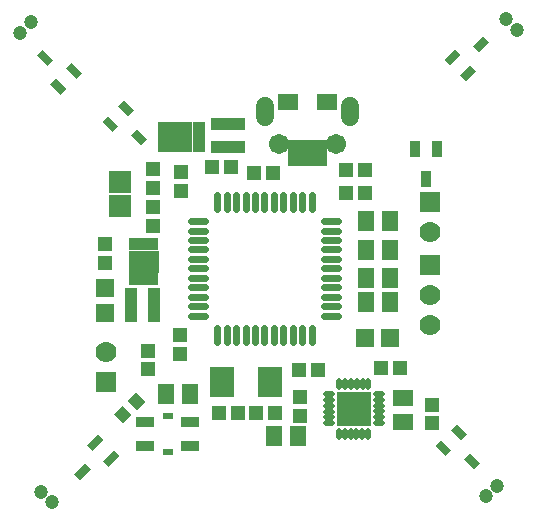
<source format=gts>
G04 ---------------------------- Layer name :TOP SOLDER LAYER*
G04 EasyEDA v5.7.24, Wed, 12 Sep 2018 17:35:23 GMT*
G04 04e61e729e724139ab2a67c6bad7766c*
G04 Gerber Generator version 0.2*
G04 Scale: 100 percent, Rotated: No, Reflected: No *
G04 Dimensions in inches *
G04 leading zeros omitted , absolute positions ,2 integer and 4 decimal *
%FSLAX24Y24*%
%MOIN*%
G90*
G70D02*

%ADD21C,0.019024*%
%ADD22C,0.024535*%
%ADD25R,0.114300X0.039496*%
%ADD26R,0.035559X0.057213*%
%ADD27R,0.059181X0.035560*%
%ADD28R,0.035560X0.019810*%
%ADD29R,0.047370X0.051307*%
%ADD30R,0.051307X0.047370*%
%ADD31R,0.082803X0.102488*%
%ADD32R,0.053670X0.065870*%
%ADD33R,0.065870X0.053670*%
%ADD34R,0.039496X0.114300*%
%ADD35R,0.063100X0.059200*%
%ADD36R,0.059200X0.063100*%
%ADD37R,0.113512X0.113512*%
%ADD38R,0.025717X0.086740*%
%ADD39R,0.070992X0.055240*%
%ADD40R,0.103500X0.073500*%
%ADD41R,0.019500X0.042500*%
%ADD42R,0.073500X0.103500*%
%ADD43R,0.042500X0.019500*%
%ADD44R,0.070000X0.070000*%
%ADD45C,0.070000*%
%ADD46C,0.047370*%
%ADD47R,0.074000X0.074000*%
%ADD48C,0.067055*%
%ADD49C,0.059181*%

%LPD*%
G54D21*
G01X17932Y9203D02*
G01X17727Y9203D01*
G01X17932Y9401D02*
G01X17727Y9401D01*
G01X17932Y9598D02*
G01X17727Y9598D01*
G01X17932Y9794D02*
G01X17727Y9794D01*
G01X17932Y9990D02*
G01X17727Y9990D01*
G01X17932Y10188D02*
G01X17727Y10188D01*
G01X17489Y10421D02*
G01X17489Y10626D01*
G01X17293Y10421D02*
G01X17293Y10626D01*
G01X17096Y10421D02*
G01X17096Y10626D01*
G01X16900Y10421D02*
G01X16900Y10626D01*
G01X16702Y10421D02*
G01X16702Y10626D01*
G01X16506Y10421D02*
G01X16506Y10626D01*
G01X16272Y10184D02*
G01X16067Y10184D01*
G01X16272Y9986D02*
G01X16067Y9986D01*
G01X16272Y9790D02*
G01X16067Y9790D01*
G01X16272Y9594D02*
G01X16067Y9594D01*
G01X16272Y9397D02*
G01X16067Y9397D01*
G01X16272Y9200D02*
G01X16067Y9200D01*
G01X16500Y8751D02*
G01X16500Y8956D01*
G01X16697Y8751D02*
G01X16697Y8956D01*
G01X16893Y8751D02*
G01X16893Y8956D01*
G01X17089Y8751D02*
G01X17089Y8956D01*
G01X17286Y8751D02*
G01X17286Y8956D01*
G01X17484Y8751D02*
G01X17484Y8956D01*
G54D49*
G01X14025Y19412D02*
G01X14025Y19767D01*
G01X16875Y19412D02*
G01X16875Y19767D01*
G54D22*
G01X11567Y15943D02*
G01X12031Y15943D01*
G01X11567Y15628D02*
G01X12031Y15628D01*
G01X11567Y15313D02*
G01X12031Y15313D01*
G01X11567Y14998D02*
G01X12031Y14998D01*
G01X11567Y14684D02*
G01X12031Y14684D01*
G01X11567Y14369D02*
G01X12031Y14369D01*
G01X11567Y14053D02*
G01X12031Y14053D01*
G01X11567Y13739D02*
G01X12031Y13739D01*
G01X11567Y13424D02*
G01X12031Y13424D01*
G01X11567Y13109D02*
G01X12031Y13109D01*
G01X11567Y12794D02*
G01X12031Y12794D01*
G01X12449Y12376D02*
G01X12449Y11912D01*
G01X12764Y12376D02*
G01X12764Y11912D01*
G01X13079Y12376D02*
G01X13079Y11912D01*
G01X13394Y12376D02*
G01X13394Y11912D01*
G01X13709Y12376D02*
G01X13709Y11912D01*
G01X14023Y12376D02*
G01X14023Y11912D01*
G01X14339Y12376D02*
G01X14339Y11912D01*
G01X14653Y12376D02*
G01X14653Y11912D01*
G01X14968Y12376D02*
G01X14968Y11912D01*
G01X15283Y12376D02*
G01X15283Y11912D01*
G01X15598Y12376D02*
G01X15598Y11912D01*
G01X16016Y12794D02*
G01X16480Y12794D01*
G01X16016Y13109D02*
G01X16480Y13109D01*
G01X16016Y13424D02*
G01X16480Y13424D01*
G01X16016Y13739D02*
G01X16480Y13739D01*
G01X16016Y14053D02*
G01X16480Y14053D01*
G01X16016Y14369D02*
G01X16480Y14369D01*
G01X16016Y14684D02*
G01X16480Y14684D01*
G01X16016Y14998D02*
G01X16480Y14998D01*
G01X16016Y15313D02*
G01X16480Y15313D01*
G01X16016Y15628D02*
G01X16480Y15628D01*
G01X16016Y15943D02*
G01X16480Y15943D01*
G01X15598Y16825D02*
G01X15598Y16361D01*
G01X15283Y16825D02*
G01X15283Y16361D01*
G01X14968Y16825D02*
G01X14968Y16361D01*
G01X14653Y16825D02*
G01X14653Y16361D01*
G01X14339Y16825D02*
G01X14339Y16361D01*
G01X14023Y16825D02*
G01X14023Y16361D01*
G01X13709Y16825D02*
G01X13709Y16361D01*
G01X13394Y16825D02*
G01X13394Y16361D01*
G01X13079Y16825D02*
G01X13079Y16361D01*
G01X12764Y16825D02*
G01X12764Y16361D01*
G01X12449Y16825D02*
G01X12449Y16361D01*
G54D25*
G01X12800Y19192D03*
G01X12800Y18405D03*
G36*
G01X6977Y21311D02*
G01X6782Y21116D01*
G01X6434Y21464D01*
G01X6629Y21659D01*
G01X6977Y21311D01*
G37*
G36*
G01X7937Y20880D02*
G01X7742Y20685D01*
G01X7394Y21033D01*
G01X7589Y21228D01*
G01X7937Y20880D01*
G37*
G36*
G01X7408Y20351D02*
G01X7213Y20156D01*
G01X6865Y20504D01*
G01X7060Y20699D01*
G01X7408Y20351D01*
G37*
G54D26*
G01X19400Y17352D03*
G01X19026Y18336D03*
G01X19773Y18336D03*
G54D27*
G01X11547Y8450D03*
G01X11547Y9237D03*
G01X10052Y8450D03*
G01X10052Y9237D03*
G54D28*
G01X10800Y8244D03*
G01X10800Y9444D03*
G54D29*
G01X13756Y9543D03*
G01X14385Y9543D03*
G01X13134Y9544D03*
G01X12504Y9544D03*
G01X16756Y16893D03*
G01X17385Y16893D03*
G54D30*
G01X11199Y12137D03*
G01X11199Y11508D03*
G54D29*
G01X16756Y17643D03*
G01X17385Y17643D03*
G54D31*
G01X12600Y10594D03*
G01X14214Y10594D03*
G54D29*
G01X18543Y11044D03*
G01X17914Y11044D03*
G01X15793Y10994D03*
G01X15164Y10994D03*
G54D30*
G01X15199Y10087D03*
G01X15199Y9458D03*
G54D32*
G01X14350Y8793D03*
G01X15150Y8793D03*
G54D33*
G01X18650Y10043D03*
G01X18650Y9243D03*
G54D34*
G01X10348Y13144D03*
G01X9561Y13144D03*
G54D30*
G01X8719Y15187D03*
G01X8719Y14558D03*
G54D35*
G01X8700Y13700D03*
G01X8700Y12873D03*
G54D30*
G01X10300Y17050D03*
G01X10300Y17679D03*
G54D29*
G01X14293Y17544D03*
G01X13664Y17544D03*
G01X12893Y17744D03*
G01X12264Y17744D03*
G54D44*
G01X19550Y16594D03*
G54D45*
G01X19550Y15594D03*
G01X19550Y12494D03*
G01X19550Y13494D03*
G54D44*
G01X19550Y14494D03*
G01X8750Y10594D03*
G54D45*
G01X8750Y11594D03*
G36*
G01X8032Y7871D02*
G01X8227Y7676D01*
G01X7879Y7328D01*
G01X7684Y7523D01*
G01X8032Y7871D01*
G37*
G36*
G01X8463Y8831D02*
G01X8658Y8636D01*
G01X8310Y8288D01*
G01X8115Y8483D01*
G01X8463Y8831D01*
G37*
G36*
G01X8992Y8302D02*
G01X9187Y8107D01*
G01X8839Y7759D01*
G01X8644Y7954D01*
G01X8992Y8302D01*
G37*
G36*
G01X21167Y21566D02*
G01X20972Y21761D01*
G01X21320Y22109D01*
G01X21515Y21914D01*
G01X21167Y21566D01*
G37*
G36*
G01X20736Y20606D02*
G01X20541Y20801D01*
G01X20889Y21149D01*
G01X21084Y20954D01*
G01X20736Y20606D01*
G37*
G36*
G01X20207Y21135D02*
G01X20012Y21330D01*
G01X20360Y21678D01*
G01X20555Y21483D01*
G01X20207Y21135D01*
G37*
G54D32*
G01X17400Y14043D03*
G01X18200Y14043D03*
G01X17400Y14993D03*
G01X18200Y14993D03*
G01X17400Y13243D03*
G01X18200Y13243D03*
G54D46*
G01X21422Y6765D03*
G01X21777Y7122D03*
G01X6571Y6922D03*
G01X6928Y6565D03*
G01X22427Y22315D03*
G01X22072Y22672D03*
G01X6228Y22572D03*
G01X5871Y22215D03*
G36*
G01X9572Y18826D02*
G01X9767Y19021D01*
G01X10115Y18673D01*
G01X9920Y18478D01*
G01X9572Y18826D01*
G37*
G36*
G01X8612Y19257D02*
G01X8807Y19452D01*
G01X9155Y19104D01*
G01X8960Y18909D01*
G01X8612Y19257D01*
G37*
G36*
G01X9141Y19786D02*
G01X9336Y19981D01*
G01X9684Y19633D01*
G01X9489Y19438D01*
G01X9141Y19786D01*
G37*
G54D36*
G01X18206Y12044D03*
G01X17379Y12044D03*
G54D47*
G01X9200Y16453D03*
G01X9200Y17234D03*
G54D30*
G01X19600Y9200D03*
G01X19600Y9829D03*
G54D37*
G01X17000Y9694D03*
G54D38*
G01X14942Y18218D03*
G01X15198Y18218D03*
G01X15454Y18218D03*
G01X15710Y18218D03*
G01X15965Y18218D03*
G54D48*
G01X16398Y18527D03*
G01X14493Y18527D03*
G54D39*
G01X14821Y19915D03*
G01X16112Y19909D03*
G54D32*
G01X17400Y15943D03*
G01X18200Y15943D03*
G36*
G01X20672Y8026D02*
G01X20867Y8221D01*
G01X21215Y7873D01*
G01X21020Y7678D01*
G01X20672Y8026D01*
G37*
G36*
G01X19712Y8457D02*
G01X19907Y8652D01*
G01X20255Y8304D01*
G01X20060Y8109D01*
G01X19712Y8457D01*
G37*
G36*
G01X20241Y8986D02*
G01X20436Y9181D01*
G01X20784Y8833D01*
G01X20589Y8638D01*
G01X20241Y8986D01*
G37*
G54D40*
G01X10000Y14594D03*
G54D41*
G01X9610Y14013D03*
G01X9800Y14013D03*
G01X10000Y14013D03*
G01X10200Y14013D03*
G01X10389Y14013D03*
G01X10389Y15174D03*
G01X10200Y15174D03*
G01X10000Y15174D03*
G01X9800Y15174D03*
G01X9610Y15174D03*
G54D42*
G01X11250Y18744D03*
G54D43*
G01X11830Y18353D03*
G01X11830Y18544D03*
G01X11830Y18744D03*
G01X11830Y18944D03*
G01X11830Y19134D03*
G01X10669Y19134D03*
G01X10669Y18944D03*
G01X10669Y18744D03*
G01X10669Y18544D03*
G01X10669Y18353D03*
G54D32*
G01X10750Y10193D03*
G01X11550Y10193D03*
G36*
G01X9290Y9790D02*
G01X9596Y9484D01*
G01X9318Y9205D01*
G01X9012Y9512D01*
G01X9290Y9790D01*
G37*
G36*
G01X9735Y10235D02*
G01X10041Y9929D01*
G01X9763Y9651D01*
G01X9457Y9957D01*
G01X9735Y10235D01*
G37*
G54D30*
G01X10150Y11000D03*
G01X10150Y11629D03*
G01X10309Y16397D03*
G01X10309Y15768D03*
G01X11250Y16950D03*
G01X11250Y17579D03*
M00*
M02*

</source>
